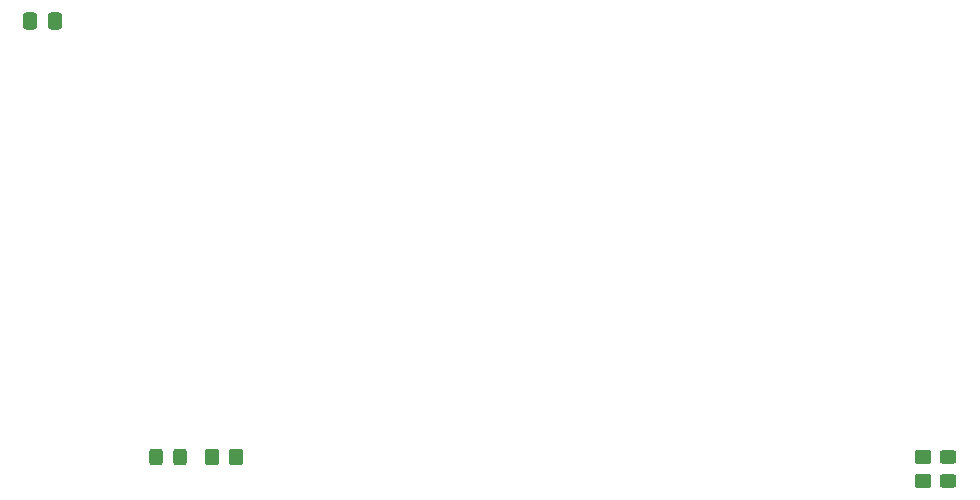
<source format=gtp>
%TF.GenerationSoftware,KiCad,Pcbnew,(6.0.7)*%
%TF.CreationDate,2024-05-09T09:52:52-04:00*%
%TF.ProjectId,ard8088,61726438-3038-4382-9e6b-696361645f70,1.1*%
%TF.SameCoordinates,Original*%
%TF.FileFunction,Paste,Top*%
%TF.FilePolarity,Positive*%
%FSLAX46Y46*%
G04 Gerber Fmt 4.6, Leading zero omitted, Abs format (unit mm)*
G04 Created by KiCad (PCBNEW (6.0.7)) date 2024-05-09 09:52:52*
%MOMM*%
%LPD*%
G01*
G04 APERTURE LIST*
G04 Aperture macros list*
%AMRoundRect*
0 Rectangle with rounded corners*
0 $1 Rounding radius*
0 $2 $3 $4 $5 $6 $7 $8 $9 X,Y pos of 4 corners*
0 Add a 4 corners polygon primitive as box body*
4,1,4,$2,$3,$4,$5,$6,$7,$8,$9,$2,$3,0*
0 Add four circle primitives for the rounded corners*
1,1,$1+$1,$2,$3*
1,1,$1+$1,$4,$5*
1,1,$1+$1,$6,$7*
1,1,$1+$1,$8,$9*
0 Add four rect primitives between the rounded corners*
20,1,$1+$1,$2,$3,$4,$5,0*
20,1,$1+$1,$4,$5,$6,$7,0*
20,1,$1+$1,$6,$7,$8,$9,0*
20,1,$1+$1,$8,$9,$2,$3,0*%
G04 Aperture macros list end*
%ADD10RoundRect,0.250000X0.350000X0.450000X-0.350000X0.450000X-0.350000X-0.450000X0.350000X-0.450000X0*%
%ADD11RoundRect,0.250000X-0.325000X-0.450000X0.325000X-0.450000X0.325000X0.450000X-0.325000X0.450000X0*%
%ADD12RoundRect,0.250000X-0.450000X0.350000X-0.450000X-0.350000X0.450000X-0.350000X0.450000X0.350000X0*%
%ADD13RoundRect,0.250000X-0.337500X-0.475000X0.337500X-0.475000X0.337500X0.475000X-0.337500X0.475000X0*%
%ADD14RoundRect,0.250000X-0.450000X0.325000X-0.450000X-0.325000X0.450000X-0.325000X0.450000X0.325000X0*%
G04 APERTURE END LIST*
D10*
%TO.C,R2*%
X118775000Y-109220000D03*
X116775000Y-109220000D03*
%TD*%
D11*
%TO.C,D2*%
X112005000Y-109220000D03*
X114055000Y-109220000D03*
%TD*%
D12*
%TO.C,R1*%
X176906289Y-109220000D03*
X176906289Y-111220000D03*
%TD*%
D13*
%TO.C,C1*%
X101351574Y-72254984D03*
X103426574Y-72254984D03*
%TD*%
D14*
%TO.C,D1*%
X179070000Y-109213995D03*
X179070000Y-111263995D03*
%TD*%
M02*

</source>
